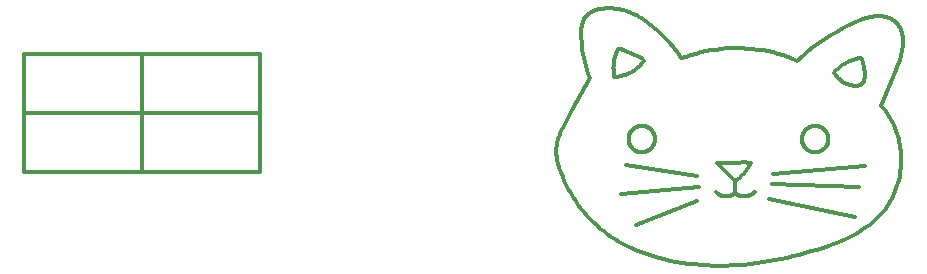
<source format=gbr>
%TF.GenerationSoftware,KiCad,Pcbnew,(6.0.8-1)-1*%
%TF.CreationDate,2022-10-29T17:43:34-07:00*%
%TF.ProjectId,second cuts,7365636f-6e64-4206-9375-74732e6b6963,rev?*%
%TF.SameCoordinates,Original*%
%TF.FileFunction,OtherDrawing,Comment*%
%FSLAX46Y46*%
G04 Gerber Fmt 4.6, Leading zero omitted, Abs format (unit mm)*
G04 Created by KiCad (PCBNEW (6.0.8-1)-1) date 2022-10-29 17:43:34*
%MOMM*%
%LPD*%
G01*
G04 APERTURE LIST*
%ADD10C,0.300000*%
G04 APERTURE END LIST*
D10*
X94424243Y-168245320D02*
X102135587Y-167570665D01*
X94060400Y-170351200D02*
X101359600Y-171928800D01*
X94291115Y-169093592D02*
X101708715Y-169333592D01*
X87983915Y-170565592D02*
X82758315Y-172549592D01*
X88102315Y-169333592D02*
X81555115Y-169983192D01*
X87983915Y-168463192D02*
X81945515Y-167503192D01*
X92799647Y-169826899D02*
X92828715Y-169797592D01*
X92769584Y-169855183D02*
X92799647Y-169826899D01*
X92738562Y-169882413D02*
X92769584Y-169855183D01*
X92706618Y-169908555D02*
X92738562Y-169882413D01*
X92673791Y-169933578D02*
X92706618Y-169908555D01*
X92640118Y-169957453D02*
X92673791Y-169933578D01*
X92605642Y-169980150D02*
X92640118Y-169957453D01*
X92570402Y-170001644D02*
X92605642Y-169980150D01*
X92534441Y-170021907D02*
X92570402Y-170001644D01*
X92497801Y-170040916D02*
X92534441Y-170021907D01*
X92460527Y-170058649D02*
X92497801Y-170040916D01*
X92422663Y-170075084D02*
X92460527Y-170058649D01*
X92384253Y-170090201D02*
X92422663Y-170075084D01*
X92345345Y-170103983D02*
X92384253Y-170090201D01*
X92305984Y-170116413D02*
X92345345Y-170103983D01*
X92266217Y-170127476D02*
X92305984Y-170116413D01*
X92226091Y-170137159D02*
X92266217Y-170127476D01*
X92185655Y-170145451D02*
X92226091Y-170137159D01*
X92144957Y-170152341D02*
X92185655Y-170145451D01*
X92104045Y-170157821D02*
X92144957Y-170152341D01*
X92062969Y-170161886D02*
X92104045Y-170157821D01*
X92021776Y-170164529D02*
X92062969Y-170161886D01*
X91980517Y-170165748D02*
X92021776Y-170164529D01*
X91939240Y-170165542D02*
X91980517Y-170165748D01*
X91897995Y-170163910D02*
X91939240Y-170165542D01*
X91856831Y-170160854D02*
X91897995Y-170163910D01*
X91815797Y-170156379D02*
X91856831Y-170160854D01*
X91774942Y-170150490D02*
X91815797Y-170156379D01*
X91734315Y-170143192D02*
X91774942Y-170150490D01*
X91706562Y-170139873D02*
X91734315Y-170143192D01*
X91678936Y-170135622D02*
X91706562Y-170139873D01*
X91651469Y-170130446D02*
X91678936Y-170135622D01*
X91624191Y-170124350D02*
X91651469Y-170130446D01*
X91597133Y-170117340D02*
X91624191Y-170124350D01*
X91570326Y-170109425D02*
X91597133Y-170117340D01*
X91543801Y-170100614D02*
X91570326Y-170109425D01*
X91517586Y-170090916D02*
X91543801Y-170100614D01*
X91491712Y-170080343D02*
X91517586Y-170090916D01*
X91466208Y-170068907D02*
X91491712Y-170080343D01*
X91441103Y-170056620D02*
X91466208Y-170068907D01*
X91416424Y-170043496D02*
X91441103Y-170056620D01*
X91392201Y-170029551D02*
X91416424Y-170043496D01*
X91368460Y-170014799D02*
X91392201Y-170029551D01*
X91345228Y-169999258D02*
X91368460Y-170014799D01*
X91322531Y-169982945D02*
X91345228Y-169999258D01*
X91300396Y-169965878D02*
X91322531Y-169982945D01*
X91278846Y-169948077D02*
X91300396Y-169965878D01*
X91257907Y-169929563D02*
X91278846Y-169948077D01*
X91237602Y-169910355D02*
X91257907Y-169929563D01*
X91217953Y-169890475D02*
X91237602Y-169910355D01*
X91198984Y-169869947D02*
X91217953Y-169890475D01*
X91180715Y-169848792D02*
X91198984Y-169869947D01*
X89592130Y-169825923D02*
X89564715Y-169797592D01*
X89620491Y-169853308D02*
X89592130Y-169825923D01*
X89649763Y-169879716D02*
X89620491Y-169853308D01*
X89679913Y-169905116D02*
X89649763Y-169879716D01*
X89710908Y-169929479D02*
X89679913Y-169905116D01*
X89742711Y-169952778D02*
X89710908Y-169929479D01*
X89775285Y-169974985D02*
X89742711Y-169952778D01*
X89808593Y-169996075D02*
X89775285Y-169974985D01*
X89842597Y-170016023D02*
X89808593Y-169996075D01*
X89877258Y-170034807D02*
X89842597Y-170016023D01*
X89912536Y-170052406D02*
X89877258Y-170034807D01*
X89948391Y-170068798D02*
X89912536Y-170052406D01*
X89984780Y-170083965D02*
X89948391Y-170068798D01*
X90021663Y-170097890D02*
X89984780Y-170083965D01*
X90058996Y-170110556D02*
X90021663Y-170097890D01*
X90096738Y-170121949D02*
X90058996Y-170110556D01*
X90134844Y-170132056D02*
X90096738Y-170121949D01*
X90173271Y-170140866D02*
X90134844Y-170132056D01*
X90211974Y-170148368D02*
X90173271Y-170140866D01*
X90250910Y-170154553D02*
X90211974Y-170148368D01*
X90290032Y-170159415D02*
X90250910Y-170154553D01*
X90329298Y-170162947D02*
X90290032Y-170159415D01*
X90368660Y-170165146D02*
X90329298Y-170162947D01*
X90408074Y-170166010D02*
X90368660Y-170165146D01*
X90447495Y-170165537D02*
X90408074Y-170166010D01*
X90486877Y-170163727D02*
X90447495Y-170165537D01*
X90526175Y-170160584D02*
X90486877Y-170163727D01*
X90565344Y-170156110D02*
X90526175Y-170160584D01*
X90604339Y-170150311D02*
X90565344Y-170156110D01*
X90643115Y-170143192D02*
X90604339Y-170150311D01*
X90670457Y-170139672D02*
X90643115Y-170143192D01*
X90697665Y-170135239D02*
X90670457Y-170139672D01*
X90724710Y-170129898D02*
X90697665Y-170135239D01*
X90751562Y-170123656D02*
X90724710Y-170129898D01*
X90778189Y-170116519D02*
X90751562Y-170123656D01*
X90804563Y-170108495D02*
X90778189Y-170116519D01*
X90830654Y-170099594D02*
X90804563Y-170108495D01*
X90856432Y-170089825D02*
X90830654Y-170099594D01*
X90881869Y-170079200D02*
X90856432Y-170089825D01*
X90906937Y-170067729D02*
X90881869Y-170079200D01*
X90931607Y-170055427D02*
X90906937Y-170067729D01*
X90955852Y-170042306D02*
X90931607Y-170055427D01*
X90979644Y-170028382D02*
X90955852Y-170042306D01*
X91002957Y-170013670D02*
X90979644Y-170028382D01*
X91025765Y-169998186D02*
X91002957Y-170013670D01*
X91048043Y-169981948D02*
X91025765Y-169998186D01*
X91069765Y-169964974D02*
X91048043Y-169981948D01*
X91090907Y-169947283D02*
X91069765Y-169964974D01*
X91111445Y-169928895D02*
X91090907Y-169947283D01*
X91131357Y-169909830D02*
X91111445Y-169928895D01*
X91150621Y-169890110D02*
X91131357Y-169909830D01*
X91169213Y-169869756D02*
X91150621Y-169890110D01*
X91187115Y-169848792D02*
X91169213Y-169869756D01*
X91180715Y-168815192D02*
X91180715Y-169851992D01*
X91724715Y-167291992D02*
X91612715Y-167301592D01*
X92556715Y-167365592D02*
X91724715Y-167291992D01*
X92475525Y-167500035D02*
X92556715Y-167365592D01*
X92389940Y-167631723D02*
X92475525Y-167500035D01*
X92300053Y-167760513D02*
X92389940Y-167631723D01*
X92205961Y-167886265D02*
X92300053Y-167760513D01*
X92107769Y-168008840D02*
X92205961Y-167886265D01*
X92005582Y-168128107D02*
X92107769Y-168008840D01*
X91899513Y-168243934D02*
X92005582Y-168128107D01*
X91789676Y-168356195D02*
X91899513Y-168243934D01*
X91676193Y-168464767D02*
X91789676Y-168356195D01*
X91559185Y-168569533D02*
X91676193Y-168464767D01*
X91438783Y-168670378D02*
X91559185Y-168569533D01*
X91315115Y-168767192D02*
X91438783Y-168670378D01*
X91183915Y-168818392D02*
X91315115Y-168767192D01*
X91084715Y-168751192D02*
X91183915Y-168818392D01*
X89673515Y-167323992D02*
X91084715Y-168751192D01*
X91612715Y-167301592D02*
X89673515Y-167323992D01*
X99074442Y-165356353D02*
X99075115Y-165317592D01*
X99072425Y-165395067D02*
X99074442Y-165356353D01*
X99069065Y-165433687D02*
X99072425Y-165395067D01*
X99064366Y-165472168D02*
X99069065Y-165433687D01*
X99058335Y-165510462D02*
X99064366Y-165472168D01*
X99050978Y-165548524D02*
X99058335Y-165510462D01*
X99042305Y-165586308D02*
X99050978Y-165548524D01*
X99032326Y-165623768D02*
X99042305Y-165586308D01*
X99021052Y-165660859D02*
X99032326Y-165623768D01*
X99008499Y-165697536D02*
X99021052Y-165660859D01*
X98994679Y-165733756D02*
X99008499Y-165697536D01*
X98979611Y-165769474D02*
X98994679Y-165733756D01*
X98963313Y-165804647D02*
X98979611Y-165769474D01*
X98945803Y-165839234D02*
X98963313Y-165804647D01*
X98927104Y-165873192D02*
X98945803Y-165839234D01*
X98907237Y-165906481D02*
X98927104Y-165873192D01*
X98886227Y-165939060D02*
X98907237Y-165906481D01*
X98864099Y-165970891D02*
X98886227Y-165939060D01*
X98840879Y-166001934D02*
X98864099Y-165970891D01*
X98816596Y-166032153D02*
X98840879Y-166001934D01*
X98791279Y-166061510D02*
X98816596Y-166032153D01*
X98764958Y-166089971D02*
X98791279Y-166061510D01*
X98737665Y-166117502D02*
X98764958Y-166089971D01*
X98709434Y-166144069D02*
X98737665Y-166117502D01*
X98680297Y-166169640D02*
X98709434Y-166144069D01*
X98650290Y-166194184D02*
X98680297Y-166169640D01*
X98619449Y-166217672D02*
X98650290Y-166194184D01*
X98587812Y-166240076D02*
X98619449Y-166217672D01*
X98555417Y-166261368D02*
X98587812Y-166240076D01*
X98522301Y-166281523D02*
X98555417Y-166261368D01*
X98488507Y-166300516D02*
X98522301Y-166281523D01*
X98454073Y-166318325D02*
X98488507Y-166300516D01*
X98419042Y-166334929D02*
X98454073Y-166318325D01*
X98383456Y-166350306D02*
X98419042Y-166334929D01*
X98347358Y-166364439D02*
X98383456Y-166350306D01*
X98310791Y-166377311D02*
X98347358Y-166364439D01*
X98273799Y-166388906D02*
X98310791Y-166377311D01*
X98236427Y-166399210D02*
X98273799Y-166388906D01*
X98198720Y-166408210D02*
X98236427Y-166399210D01*
X98160724Y-166415897D02*
X98198720Y-166408210D01*
X98122483Y-166422260D02*
X98160724Y-166415897D01*
X98084045Y-166427293D02*
X98122483Y-166422260D01*
X98045455Y-166430988D02*
X98084045Y-166427293D01*
X98006760Y-166433341D02*
X98045455Y-166430988D01*
X97968007Y-166434350D02*
X98006760Y-166433341D01*
X97929242Y-166434014D02*
X97968007Y-166434350D01*
X97890512Y-166432332D02*
X97929242Y-166434014D01*
X97851864Y-166429308D02*
X97890512Y-166432332D01*
X97813344Y-166424943D02*
X97851864Y-166429308D01*
X97774999Y-166419245D02*
X97813344Y-166424943D01*
X97736875Y-166412219D02*
X97774999Y-166419245D01*
X97699017Y-166403874D02*
X97736875Y-166412219D01*
X97661472Y-166394220D02*
X97699017Y-166403874D01*
X97624285Y-166383269D02*
X97661472Y-166394220D01*
X97587500Y-166371034D02*
X97624285Y-166383269D01*
X97551162Y-166357529D02*
X97587500Y-166371034D01*
X97515314Y-166342772D02*
X97551162Y-166357529D01*
X97480000Y-166326779D02*
X97515314Y-166342772D01*
X97445263Y-166309570D02*
X97480000Y-166326779D01*
X97411144Y-166291166D02*
X97445263Y-166309570D01*
X97377684Y-166271589D02*
X97411144Y-166291166D01*
X97344923Y-166250862D02*
X97377684Y-166271589D01*
X97312902Y-166229011D02*
X97344923Y-166250862D01*
X97281659Y-166206062D02*
X97312902Y-166229011D01*
X97251230Y-166182042D02*
X97281659Y-166206062D01*
X97221654Y-166156981D02*
X97251230Y-166182042D01*
X97192965Y-166130908D02*
X97221654Y-166156981D01*
X97165199Y-166103855D02*
X97192965Y-166130908D01*
X97138388Y-166075855D02*
X97165199Y-166103855D01*
X97112565Y-166046941D02*
X97138388Y-166075855D01*
X97087762Y-166017149D02*
X97112565Y-166046941D01*
X97064007Y-165986513D02*
X97087762Y-166017149D01*
X97041329Y-165955071D02*
X97064007Y-165986513D01*
X97019757Y-165922862D02*
X97041329Y-165955071D01*
X96999316Y-165889923D02*
X97019757Y-165922862D01*
X96980030Y-165856294D02*
X96999316Y-165889923D01*
X96961922Y-165822017D02*
X96980030Y-165856294D01*
X96945016Y-165787131D02*
X96961922Y-165822017D01*
X96929330Y-165751680D02*
X96945016Y-165787131D01*
X96914884Y-165715706D02*
X96929330Y-165751680D01*
X96901696Y-165679252D02*
X96914884Y-165715706D01*
X96889780Y-165642362D02*
X96901696Y-165679252D01*
X96879152Y-165605081D02*
X96889780Y-165642362D01*
X96869825Y-165567454D02*
X96879152Y-165605081D01*
X96861808Y-165529525D02*
X96869825Y-165567454D01*
X96855114Y-165491341D02*
X96861808Y-165529525D01*
X96849748Y-165452948D02*
X96855114Y-165491341D01*
X96845718Y-165414392D02*
X96849748Y-165452948D01*
X96843029Y-165375719D02*
X96845718Y-165414392D01*
X96841683Y-165336976D02*
X96843029Y-165375719D01*
X96841683Y-165298209D02*
X96841683Y-165336976D01*
X96843029Y-165259466D02*
X96841683Y-165298209D01*
X96845718Y-165220793D02*
X96843029Y-165259466D01*
X96849748Y-165182237D02*
X96845718Y-165220793D01*
X96855114Y-165143844D02*
X96849748Y-165182237D01*
X96861808Y-165105660D02*
X96855114Y-165143844D01*
X96869825Y-165067731D02*
X96861808Y-165105660D01*
X96879152Y-165030104D02*
X96869825Y-165067731D01*
X96889780Y-164992823D02*
X96879152Y-165030104D01*
X96901696Y-164955933D02*
X96889780Y-164992823D01*
X96914884Y-164919479D02*
X96901696Y-164955933D01*
X96929330Y-164883505D02*
X96914884Y-164919479D01*
X96945016Y-164848054D02*
X96929330Y-164883505D01*
X96961922Y-164813168D02*
X96945016Y-164848054D01*
X96980030Y-164778891D02*
X96961922Y-164813168D01*
X96999316Y-164745262D02*
X96980030Y-164778891D01*
X97019757Y-164712323D02*
X96999316Y-164745262D01*
X97041329Y-164680113D02*
X97019757Y-164712323D01*
X97064007Y-164648672D02*
X97041329Y-164680113D01*
X97087762Y-164618036D02*
X97064007Y-164648672D01*
X97112565Y-164588244D02*
X97087762Y-164618036D01*
X97138388Y-164559330D02*
X97112565Y-164588244D01*
X97165199Y-164531330D02*
X97138388Y-164559330D01*
X97192965Y-164504277D02*
X97165199Y-164531330D01*
X97221654Y-164478204D02*
X97192965Y-164504277D01*
X97251230Y-164453143D02*
X97221654Y-164478204D01*
X97281659Y-164429123D02*
X97251230Y-164453143D01*
X97312902Y-164406174D02*
X97281659Y-164429123D01*
X97344923Y-164384322D02*
X97312902Y-164406174D01*
X97377684Y-164363596D02*
X97344923Y-164384322D01*
X97411144Y-164344019D02*
X97377684Y-164363596D01*
X97445263Y-164325615D02*
X97411144Y-164344019D01*
X97480000Y-164308406D02*
X97445263Y-164325615D01*
X97515314Y-164292413D02*
X97480000Y-164308406D01*
X97551162Y-164277656D02*
X97515314Y-164292413D01*
X97587500Y-164264151D02*
X97551162Y-164277656D01*
X97624285Y-164251916D02*
X97587500Y-164264151D01*
X97661472Y-164240965D02*
X97624285Y-164251916D01*
X97699017Y-164231311D02*
X97661472Y-164240965D01*
X97736875Y-164222966D02*
X97699017Y-164231311D01*
X97774999Y-164215940D02*
X97736875Y-164222966D01*
X97813344Y-164210242D02*
X97774999Y-164215940D01*
X97851864Y-164205877D02*
X97813344Y-164210242D01*
X97890512Y-164202853D02*
X97851864Y-164205877D01*
X97929242Y-164201171D02*
X97890512Y-164202853D01*
X97968007Y-164200835D02*
X97929242Y-164201171D01*
X98006760Y-164201844D02*
X97968007Y-164200835D01*
X98045455Y-164204197D02*
X98006760Y-164201844D01*
X98084045Y-164207892D02*
X98045455Y-164204197D01*
X98122483Y-164212925D02*
X98084045Y-164207892D01*
X98160724Y-164219288D02*
X98122483Y-164212925D01*
X98198720Y-164226975D02*
X98160724Y-164219288D01*
X98236427Y-164235975D02*
X98198720Y-164226975D01*
X98273799Y-164246279D02*
X98236427Y-164235975D01*
X98310791Y-164257874D02*
X98273799Y-164246279D01*
X98347358Y-164270746D02*
X98310791Y-164257874D01*
X98383456Y-164284879D02*
X98347358Y-164270746D01*
X98419042Y-164300256D02*
X98383456Y-164284879D01*
X98454073Y-164316860D02*
X98419042Y-164300256D01*
X98488507Y-164334669D02*
X98454073Y-164316860D01*
X98522301Y-164353662D02*
X98488507Y-164334669D01*
X98555417Y-164373817D02*
X98522301Y-164353662D01*
X98587812Y-164395109D02*
X98555417Y-164373817D01*
X98619449Y-164417513D02*
X98587812Y-164395109D01*
X98650290Y-164441001D02*
X98619449Y-164417513D01*
X98680297Y-164465545D02*
X98650290Y-164441001D01*
X98709434Y-164491116D02*
X98680297Y-164465545D01*
X98737665Y-164517683D02*
X98709434Y-164491116D01*
X98764958Y-164545213D02*
X98737665Y-164517683D01*
X98791279Y-164573675D02*
X98764958Y-164545213D01*
X98816596Y-164603032D02*
X98791279Y-164573675D01*
X98840879Y-164633251D02*
X98816596Y-164603032D01*
X98864099Y-164664294D02*
X98840879Y-164633251D01*
X98886227Y-164696125D02*
X98864099Y-164664294D01*
X98907237Y-164728704D02*
X98886227Y-164696125D01*
X98927104Y-164761993D02*
X98907237Y-164728704D01*
X98945803Y-164795951D02*
X98927104Y-164761993D01*
X98963313Y-164830538D02*
X98945803Y-164795951D01*
X98979611Y-164865711D02*
X98963313Y-164830538D01*
X98994679Y-164901429D02*
X98979611Y-164865711D01*
X99008499Y-164937649D02*
X98994679Y-164901429D01*
X99021052Y-164974326D02*
X99008499Y-164937649D01*
X99032326Y-165011417D02*
X99021052Y-164974326D01*
X99042305Y-165048877D02*
X99032326Y-165011417D01*
X99050978Y-165086661D02*
X99042305Y-165048877D01*
X99058335Y-165124723D02*
X99050978Y-165086661D01*
X99064366Y-165163017D02*
X99058335Y-165124723D01*
X99069065Y-165201498D02*
X99064366Y-165163017D01*
X99072425Y-165240118D02*
X99069065Y-165201498D01*
X99074442Y-165278832D02*
X99072425Y-165240118D01*
X99075115Y-165317592D02*
X99074442Y-165278832D01*
X84396042Y-165356353D02*
X84396715Y-165317592D01*
X84394025Y-165395067D02*
X84396042Y-165356353D01*
X84390665Y-165433687D02*
X84394025Y-165395067D01*
X84385966Y-165472168D02*
X84390665Y-165433687D01*
X84379935Y-165510462D02*
X84385966Y-165472168D01*
X84372578Y-165548524D02*
X84379935Y-165510462D01*
X84363905Y-165586308D02*
X84372578Y-165548524D01*
X84353926Y-165623768D02*
X84363905Y-165586308D01*
X84342652Y-165660859D02*
X84353926Y-165623768D01*
X84330099Y-165697536D02*
X84342652Y-165660859D01*
X84316279Y-165733756D02*
X84330099Y-165697536D01*
X84301211Y-165769474D02*
X84316279Y-165733756D01*
X84284913Y-165804647D02*
X84301211Y-165769474D01*
X84267403Y-165839234D02*
X84284913Y-165804647D01*
X84248704Y-165873192D02*
X84267403Y-165839234D01*
X84228837Y-165906481D02*
X84248704Y-165873192D01*
X84207827Y-165939060D02*
X84228837Y-165906481D01*
X84185699Y-165970891D02*
X84207827Y-165939060D01*
X84162479Y-166001934D02*
X84185699Y-165970891D01*
X84138196Y-166032153D02*
X84162479Y-166001934D01*
X84112879Y-166061510D02*
X84138196Y-166032153D01*
X84086558Y-166089971D02*
X84112879Y-166061510D01*
X84059265Y-166117502D02*
X84086558Y-166089971D01*
X84031034Y-166144069D02*
X84059265Y-166117502D01*
X84001897Y-166169640D02*
X84031034Y-166144069D01*
X83971890Y-166194184D02*
X84001897Y-166169640D01*
X83941049Y-166217672D02*
X83971890Y-166194184D01*
X83909412Y-166240076D02*
X83941049Y-166217672D01*
X83877017Y-166261368D02*
X83909412Y-166240076D01*
X83843901Y-166281523D02*
X83877017Y-166261368D01*
X83810107Y-166300516D02*
X83843901Y-166281523D01*
X83775673Y-166318325D02*
X83810107Y-166300516D01*
X83740642Y-166334929D02*
X83775673Y-166318325D01*
X83705056Y-166350306D02*
X83740642Y-166334929D01*
X83668958Y-166364439D02*
X83705056Y-166350306D01*
X83632391Y-166377311D02*
X83668958Y-166364439D01*
X83595399Y-166388906D02*
X83632391Y-166377311D01*
X83558027Y-166399210D02*
X83595399Y-166388906D01*
X83520320Y-166408210D02*
X83558027Y-166399210D01*
X83482324Y-166415897D02*
X83520320Y-166408210D01*
X83444083Y-166422260D02*
X83482324Y-166415897D01*
X83405645Y-166427293D02*
X83444083Y-166422260D01*
X83367055Y-166430988D02*
X83405645Y-166427293D01*
X83328360Y-166433341D02*
X83367055Y-166430988D01*
X83289607Y-166434350D02*
X83328360Y-166433341D01*
X83250842Y-166434014D02*
X83289607Y-166434350D01*
X83212112Y-166432332D02*
X83250842Y-166434014D01*
X83173464Y-166429308D02*
X83212112Y-166432332D01*
X83134944Y-166424943D02*
X83173464Y-166429308D01*
X83096599Y-166419245D02*
X83134944Y-166424943D01*
X83058475Y-166412219D02*
X83096599Y-166419245D01*
X83020617Y-166403874D02*
X83058475Y-166412219D01*
X82983072Y-166394220D02*
X83020617Y-166403874D01*
X82945885Y-166383269D02*
X82983072Y-166394220D01*
X82909100Y-166371034D02*
X82945885Y-166383269D01*
X82872762Y-166357529D02*
X82909100Y-166371034D01*
X82836914Y-166342772D02*
X82872762Y-166357529D01*
X82801600Y-166326779D02*
X82836914Y-166342772D01*
X82766863Y-166309570D02*
X82801600Y-166326779D01*
X82732744Y-166291166D02*
X82766863Y-166309570D01*
X82699284Y-166271589D02*
X82732744Y-166291166D01*
X82666523Y-166250862D02*
X82699284Y-166271589D01*
X82634502Y-166229011D02*
X82666523Y-166250862D01*
X82603259Y-166206062D02*
X82634502Y-166229011D01*
X82572830Y-166182042D02*
X82603259Y-166206062D01*
X82543254Y-166156981D02*
X82572830Y-166182042D01*
X82514565Y-166130908D02*
X82543254Y-166156981D01*
X82486799Y-166103855D02*
X82514565Y-166130908D01*
X82459988Y-166075855D02*
X82486799Y-166103855D01*
X82434165Y-166046941D02*
X82459988Y-166075855D01*
X82409362Y-166017149D02*
X82434165Y-166046941D01*
X82385607Y-165986513D02*
X82409362Y-166017149D01*
X82362929Y-165955071D02*
X82385607Y-165986513D01*
X82341357Y-165922862D02*
X82362929Y-165955071D01*
X82320916Y-165889923D02*
X82341357Y-165922862D01*
X82301630Y-165856294D02*
X82320916Y-165889923D01*
X82283522Y-165822017D02*
X82301630Y-165856294D01*
X82266616Y-165787131D02*
X82283522Y-165822017D01*
X82250930Y-165751680D02*
X82266616Y-165787131D01*
X82236484Y-165715706D02*
X82250930Y-165751680D01*
X82223296Y-165679252D02*
X82236484Y-165715706D01*
X82211380Y-165642362D02*
X82223296Y-165679252D01*
X82200752Y-165605081D02*
X82211380Y-165642362D01*
X82191425Y-165567454D02*
X82200752Y-165605081D01*
X82183408Y-165529525D02*
X82191425Y-165567454D01*
X82176714Y-165491341D02*
X82183408Y-165529525D01*
X82171348Y-165452948D02*
X82176714Y-165491341D01*
X82167318Y-165414392D02*
X82171348Y-165452948D01*
X82164629Y-165375719D02*
X82167318Y-165414392D01*
X82163283Y-165336976D02*
X82164629Y-165375719D01*
X82163283Y-165298209D02*
X82163283Y-165336976D01*
X82164629Y-165259466D02*
X82163283Y-165298209D01*
X82167318Y-165220793D02*
X82164629Y-165259466D01*
X82171348Y-165182237D02*
X82167318Y-165220793D01*
X82176714Y-165143844D02*
X82171348Y-165182237D01*
X82183408Y-165105660D02*
X82176714Y-165143844D01*
X82191425Y-165067731D02*
X82183408Y-165105660D01*
X82200752Y-165030104D02*
X82191425Y-165067731D01*
X82211380Y-164992823D02*
X82200752Y-165030104D01*
X82223296Y-164955933D02*
X82211380Y-164992823D01*
X82236484Y-164919479D02*
X82223296Y-164955933D01*
X82250930Y-164883505D02*
X82236484Y-164919479D01*
X82266616Y-164848054D02*
X82250930Y-164883505D01*
X82283522Y-164813168D02*
X82266616Y-164848054D01*
X82301630Y-164778891D02*
X82283522Y-164813168D01*
X82320916Y-164745262D02*
X82301630Y-164778891D01*
X82341357Y-164712323D02*
X82320916Y-164745262D01*
X82362929Y-164680113D02*
X82341357Y-164712323D01*
X82385607Y-164648672D02*
X82362929Y-164680113D01*
X82409362Y-164618036D02*
X82385607Y-164648672D01*
X82434165Y-164588244D02*
X82409362Y-164618036D01*
X82459988Y-164559330D02*
X82434165Y-164588244D01*
X82486799Y-164531330D02*
X82459988Y-164559330D01*
X82514565Y-164504277D02*
X82486799Y-164531330D01*
X82543254Y-164478204D02*
X82514565Y-164504277D01*
X82572830Y-164453143D02*
X82543254Y-164478204D01*
X82603259Y-164429123D02*
X82572830Y-164453143D01*
X82634502Y-164406174D02*
X82603259Y-164429123D01*
X82666523Y-164384322D02*
X82634502Y-164406174D01*
X82699284Y-164363596D02*
X82666523Y-164384322D01*
X82732744Y-164344019D02*
X82699284Y-164363596D01*
X82766863Y-164325615D02*
X82732744Y-164344019D01*
X82801600Y-164308406D02*
X82766863Y-164325615D01*
X82836914Y-164292413D02*
X82801600Y-164308406D01*
X82872762Y-164277656D02*
X82836914Y-164292413D01*
X82909100Y-164264151D02*
X82872762Y-164277656D01*
X82945885Y-164251916D02*
X82909100Y-164264151D01*
X82983072Y-164240965D02*
X82945885Y-164251916D01*
X83020617Y-164231311D02*
X82983072Y-164240965D01*
X83058475Y-164222966D02*
X83020617Y-164231311D01*
X83096599Y-164215940D02*
X83058475Y-164222966D01*
X83134944Y-164210242D02*
X83096599Y-164215940D01*
X83173464Y-164205877D02*
X83134944Y-164210242D01*
X83212112Y-164202853D02*
X83173464Y-164205877D01*
X83250842Y-164201171D02*
X83212112Y-164202853D01*
X83289607Y-164200835D02*
X83250842Y-164201171D01*
X83328360Y-164201844D02*
X83289607Y-164200835D01*
X83367055Y-164204197D02*
X83328360Y-164201844D01*
X83405645Y-164207892D02*
X83367055Y-164204197D01*
X83444083Y-164212925D02*
X83405645Y-164207892D01*
X83482324Y-164219288D02*
X83444083Y-164212925D01*
X83520320Y-164226975D02*
X83482324Y-164219288D01*
X83558027Y-164235975D02*
X83520320Y-164226975D01*
X83595399Y-164246279D02*
X83558027Y-164235975D01*
X83632391Y-164257874D02*
X83595399Y-164246279D01*
X83668958Y-164270746D02*
X83632391Y-164257874D01*
X83705056Y-164284879D02*
X83668958Y-164270746D01*
X83740642Y-164300256D02*
X83705056Y-164284879D01*
X83775673Y-164316860D02*
X83740642Y-164300256D01*
X83810107Y-164334669D02*
X83775673Y-164316860D01*
X83843901Y-164353662D02*
X83810107Y-164334669D01*
X83877017Y-164373817D02*
X83843901Y-164353662D01*
X83909412Y-164395109D02*
X83877017Y-164373817D01*
X83941049Y-164417513D02*
X83909412Y-164395109D01*
X83971890Y-164441001D02*
X83941049Y-164417513D01*
X84001897Y-164465545D02*
X83971890Y-164441001D01*
X84031034Y-164491116D02*
X84001897Y-164465545D01*
X84059265Y-164517683D02*
X84031034Y-164491116D01*
X84086558Y-164545213D02*
X84059265Y-164517683D01*
X84112879Y-164573675D02*
X84086558Y-164545213D01*
X84138196Y-164603032D02*
X84112879Y-164573675D01*
X84162479Y-164633251D02*
X84138196Y-164603032D01*
X84185699Y-164664294D02*
X84162479Y-164633251D01*
X84207827Y-164696125D02*
X84185699Y-164664294D01*
X84228837Y-164728704D02*
X84207827Y-164696125D01*
X84248704Y-164761993D02*
X84228837Y-164728704D01*
X84267403Y-164795951D02*
X84248704Y-164761993D01*
X84284913Y-164830538D02*
X84267403Y-164795951D01*
X84301211Y-164865711D02*
X84284913Y-164830538D01*
X84316279Y-164901429D02*
X84301211Y-164865711D01*
X84330099Y-164937649D02*
X84316279Y-164901429D01*
X84342652Y-164974326D02*
X84330099Y-164937649D01*
X84353926Y-165011417D02*
X84342652Y-164974326D01*
X84363905Y-165048877D02*
X84353926Y-165011417D01*
X84372578Y-165086661D02*
X84363905Y-165048877D01*
X84379935Y-165124723D02*
X84372578Y-165086661D01*
X84385966Y-165163017D02*
X84379935Y-165124723D01*
X84390665Y-165201498D02*
X84385966Y-165163017D01*
X84394025Y-165240118D02*
X84390665Y-165201498D01*
X84396042Y-165278832D02*
X84394025Y-165240118D01*
X84396715Y-165317592D02*
X84396042Y-165278832D01*
X99623027Y-159765045D02*
X99587115Y-159701592D01*
X99661092Y-159827230D02*
X99623027Y-159765045D01*
X99701267Y-159888074D02*
X99661092Y-159827230D01*
X99743503Y-159947504D02*
X99701267Y-159888074D01*
X99787752Y-160005452D02*
X99743503Y-159947504D01*
X99833960Y-160061850D02*
X99787752Y-160005452D01*
X99882075Y-160116630D02*
X99833960Y-160061850D01*
X99932039Y-160169729D02*
X99882075Y-160116630D01*
X99983794Y-160221085D02*
X99932039Y-160169729D01*
X100037278Y-160270636D02*
X99983794Y-160221085D01*
X100092430Y-160318325D02*
X100037278Y-160270636D01*
X100149183Y-160364096D02*
X100092430Y-160318325D01*
X100207473Y-160407894D02*
X100149183Y-160364096D01*
X100267229Y-160449669D02*
X100207473Y-160407894D01*
X100328381Y-160489371D02*
X100267229Y-160449669D01*
X100390859Y-160526954D02*
X100328381Y-160489371D01*
X100454588Y-160562373D02*
X100390859Y-160526954D01*
X100519494Y-160595587D02*
X100454588Y-160562373D01*
X100585500Y-160626557D02*
X100519494Y-160595587D01*
X100652529Y-160655246D02*
X100585500Y-160626557D01*
X100720501Y-160681621D02*
X100652529Y-160655246D01*
X100789338Y-160705651D02*
X100720501Y-160681621D01*
X100858958Y-160727307D02*
X100789338Y-160705651D01*
X100929279Y-160746564D02*
X100858958Y-160727307D01*
X101000219Y-160763399D02*
X100929279Y-160746564D01*
X101071695Y-160777793D02*
X101000219Y-160763399D01*
X101143621Y-160789729D02*
X101071695Y-160777793D01*
X101215915Y-160799192D02*
X101143621Y-160789729D01*
X101244177Y-160804419D02*
X101215915Y-160799192D01*
X101272599Y-160808688D02*
X101244177Y-160804419D01*
X101301149Y-160811994D02*
X101272599Y-160808688D01*
X101329794Y-160814334D02*
X101301149Y-160811994D01*
X101358502Y-160815705D02*
X101329794Y-160814334D01*
X101387240Y-160816105D02*
X101358502Y-160815705D01*
X101415975Y-160815535D02*
X101387240Y-160816105D01*
X101444675Y-160813994D02*
X101415975Y-160815535D01*
X101473306Y-160811484D02*
X101444675Y-160813994D01*
X101501836Y-160808009D02*
X101473306Y-160811484D01*
X101530232Y-160803572D02*
X101501836Y-160808009D01*
X101558462Y-160798178D02*
X101530232Y-160803572D01*
X101586494Y-160791833D02*
X101558462Y-160798178D01*
X101614295Y-160784546D02*
X101586494Y-160791833D01*
X101641835Y-160776323D02*
X101614295Y-160784546D01*
X101669081Y-160767175D02*
X101641835Y-160776323D01*
X101696002Y-160757111D02*
X101669081Y-160767175D01*
X101722568Y-160746144D02*
X101696002Y-160757111D01*
X101748748Y-160734286D02*
X101722568Y-160746144D01*
X101774513Y-160721550D02*
X101748748Y-160734286D01*
X101799833Y-160707951D02*
X101774513Y-160721550D01*
X101824679Y-160693504D02*
X101799833Y-160707951D01*
X101849023Y-160678227D02*
X101824679Y-160693504D01*
X101872837Y-160662136D02*
X101849023Y-160678227D01*
X101896094Y-160645249D02*
X101872837Y-160662136D01*
X101918767Y-160627586D02*
X101896094Y-160645249D01*
X101940830Y-160609168D02*
X101918767Y-160627586D01*
X101962259Y-160590015D02*
X101940830Y-160609168D01*
X101983029Y-160570149D02*
X101962259Y-160590015D01*
X102003115Y-160549592D02*
X101983029Y-160570149D01*
X102019073Y-160523105D02*
X102003115Y-160549592D01*
X102034138Y-160496100D02*
X102019073Y-160523105D01*
X102048292Y-160468606D02*
X102034138Y-160496100D01*
X102061519Y-160440655D02*
X102048292Y-160468606D01*
X102073805Y-160412277D02*
X102061519Y-160440655D01*
X102085136Y-160383504D02*
X102073805Y-160412277D01*
X102095499Y-160354370D02*
X102085136Y-160383504D01*
X102104883Y-160324905D02*
X102095499Y-160354370D01*
X102113278Y-160295143D02*
X102104883Y-160324905D01*
X102120673Y-160265117D02*
X102113278Y-160295143D01*
X102127061Y-160234861D02*
X102120673Y-160265117D01*
X102132435Y-160204408D02*
X102127061Y-160234861D01*
X102136788Y-160173793D02*
X102132435Y-160204408D01*
X102140115Y-160143049D02*
X102136788Y-160173793D01*
X102142414Y-160112212D02*
X102140115Y-160143049D01*
X102143681Y-160081315D02*
X102142414Y-160112212D01*
X102143915Y-160050392D02*
X102143681Y-160081315D01*
X102148839Y-159932555D02*
X102143915Y-160050392D01*
X102149759Y-159814619D02*
X102148839Y-159932555D01*
X102146674Y-159696720D02*
X102149759Y-159814619D01*
X102139588Y-159578993D02*
X102146674Y-159696720D01*
X102128508Y-159461575D02*
X102139588Y-159578993D01*
X102113449Y-159344600D02*
X102128508Y-159461575D01*
X102094426Y-159228205D02*
X102113449Y-159344600D01*
X102071462Y-159112522D02*
X102094426Y-159228205D01*
X102044584Y-158997686D02*
X102071462Y-159112522D01*
X102013822Y-158883828D02*
X102044584Y-158997686D01*
X101979212Y-158771081D02*
X102013822Y-158883828D01*
X101940794Y-158659574D02*
X101979212Y-158771081D01*
X101898612Y-158549435D02*
X101940794Y-158659574D01*
X101852715Y-158440792D02*
X101898612Y-158549435D01*
X101722679Y-158463552D02*
X101852715Y-158440792D01*
X101593481Y-158490669D02*
X101722679Y-158463552D01*
X101465268Y-158522114D02*
X101593481Y-158490669D01*
X101338184Y-158557851D02*
X101465268Y-158522114D01*
X101212373Y-158597838D02*
X101338184Y-158557851D01*
X101087977Y-158642032D02*
X101212373Y-158597838D01*
X100965137Y-158690383D02*
X101087977Y-158642032D01*
X100843991Y-158742835D02*
X100965137Y-158690383D01*
X100724677Y-158799329D02*
X100843991Y-158742835D01*
X100607329Y-158859801D02*
X100724677Y-158799329D01*
X100492080Y-158924184D02*
X100607329Y-158859801D01*
X100379061Y-158992404D02*
X100492080Y-158924184D01*
X100268398Y-159064385D02*
X100379061Y-158992404D01*
X100160217Y-159140044D02*
X100268398Y-159064385D01*
X100054640Y-159219297D02*
X100160217Y-159140044D01*
X99951787Y-159302054D02*
X100054640Y-159219297D01*
X99851774Y-159388221D02*
X99951787Y-159302054D01*
X99754713Y-159477701D02*
X99851774Y-159388221D01*
X99660715Y-159570392D02*
X99754713Y-159477701D01*
X83386218Y-158766353D02*
X83449515Y-158677592D01*
X83319902Y-158852881D02*
X83386218Y-158766353D01*
X83250645Y-158937073D02*
X83319902Y-158852881D01*
X83178530Y-159018830D02*
X83250645Y-158937073D01*
X83103641Y-159098055D02*
X83178530Y-159018830D01*
X83026068Y-159174653D02*
X83103641Y-159098055D01*
X82945902Y-159248534D02*
X83026068Y-159174653D01*
X82863240Y-159319610D02*
X82945902Y-159248534D01*
X82778179Y-159387797D02*
X82863240Y-159319610D01*
X82690820Y-159453014D02*
X82778179Y-159387797D01*
X82601266Y-159515184D02*
X82690820Y-159453014D01*
X82509624Y-159574232D02*
X82601266Y-159515184D01*
X82416003Y-159630088D02*
X82509624Y-159574232D01*
X82320514Y-159682687D02*
X82416003Y-159630088D01*
X82223269Y-159731966D02*
X82320514Y-159682687D01*
X82124386Y-159777867D02*
X82223269Y-159731966D01*
X82023979Y-159820334D02*
X82124386Y-159777867D01*
X81922170Y-159859318D02*
X82023979Y-159820334D01*
X81819079Y-159894773D02*
X81922170Y-159859318D01*
X81714827Y-159926655D02*
X81819079Y-159894773D01*
X81609539Y-159954929D02*
X81714827Y-159926655D01*
X81503340Y-159979559D02*
X81609539Y-159954929D01*
X81396356Y-160000516D02*
X81503340Y-159979559D01*
X81288713Y-160017777D02*
X81396356Y-160000516D01*
X81180540Y-160031320D02*
X81288713Y-160017777D01*
X81071964Y-160041129D02*
X81180540Y-160031320D01*
X80963115Y-160047192D02*
X81071964Y-160041129D01*
X80938863Y-159923074D02*
X80963115Y-160047192D01*
X80918908Y-159798192D02*
X80938863Y-159923074D01*
X80903274Y-159672696D02*
X80918908Y-159798192D01*
X80891979Y-159546736D02*
X80903274Y-159672696D01*
X80885038Y-159420460D02*
X80891979Y-159546736D01*
X80882459Y-159294021D02*
X80885038Y-159420460D01*
X80884244Y-159167567D02*
X80882459Y-159294021D01*
X80890391Y-159041251D02*
X80884244Y-159167567D01*
X80900893Y-158915222D02*
X80890391Y-159041251D01*
X80915738Y-158789630D02*
X80900893Y-158915222D01*
X80934908Y-158664626D02*
X80915738Y-158789630D01*
X80958380Y-158540357D02*
X80934908Y-158664626D01*
X80986126Y-158416972D02*
X80958380Y-158540357D01*
X81018113Y-158294618D02*
X80986126Y-158416972D01*
X81054303Y-158173441D02*
X81018113Y-158294618D01*
X81094653Y-158053585D02*
X81054303Y-158173441D01*
X81139115Y-157935192D02*
X81094653Y-158053585D01*
X81292715Y-157717592D02*
X81139115Y-157935192D01*
X81306940Y-157712887D02*
X81292715Y-157717592D01*
X81321318Y-157708674D02*
X81306940Y-157712887D01*
X81335832Y-157704958D02*
X81321318Y-157708674D01*
X81350466Y-157701743D02*
X81335832Y-157704958D01*
X81365201Y-157699034D02*
X81350466Y-157701743D01*
X81380021Y-157696833D02*
X81365201Y-157699034D01*
X81394908Y-157695144D02*
X81380021Y-157696833D01*
X81409845Y-157693967D02*
X81394908Y-157695144D01*
X81424813Y-157693306D02*
X81409845Y-157693967D01*
X81439795Y-157693159D02*
X81424813Y-157693306D01*
X81454773Y-157693528D02*
X81439795Y-157693159D01*
X81469729Y-157694412D02*
X81454773Y-157693528D01*
X81484646Y-157695810D02*
X81469729Y-157694412D01*
X81499507Y-157697721D02*
X81484646Y-157695810D01*
X81514292Y-157700142D02*
X81499507Y-157697721D01*
X81528986Y-157703069D02*
X81514292Y-157700142D01*
X81543571Y-157706501D02*
X81528986Y-157703069D01*
X81558028Y-157710432D02*
X81543571Y-157706501D01*
X81572342Y-157714859D02*
X81558028Y-157710432D01*
X81586495Y-157719775D02*
X81572342Y-157714859D01*
X81600471Y-157725175D02*
X81586495Y-157719775D01*
X81614252Y-157731053D02*
X81600471Y-157725175D01*
X81627823Y-157737401D02*
X81614252Y-157731053D01*
X81641168Y-157744213D02*
X81627823Y-157737401D01*
X81654270Y-157751479D02*
X81641168Y-157744213D01*
X81667115Y-157759192D02*
X81654270Y-157751479D01*
X83283115Y-158472792D02*
X81667115Y-157759192D01*
X82745515Y-174715992D02*
X82748715Y-174719192D01*
X83226790Y-174904079D02*
X82745515Y-174715992D01*
X83713389Y-175076708D02*
X83226790Y-174904079D01*
X84204972Y-175234136D02*
X83713389Y-175076708D01*
X84701203Y-175376617D02*
X84204972Y-175234136D01*
X85201741Y-175504408D02*
X84701203Y-175376617D01*
X85706248Y-175617764D02*
X85201741Y-175504408D01*
X86214386Y-175716941D02*
X85706248Y-175617764D01*
X86725815Y-175802192D02*
X86214386Y-175716941D01*
X87240198Y-175873776D02*
X86725815Y-175802192D01*
X87757195Y-175931946D02*
X87240198Y-175873776D01*
X88276468Y-175976958D02*
X87757195Y-175931946D01*
X88797678Y-176009067D02*
X88276468Y-175976958D01*
X89320486Y-176028530D02*
X88797678Y-176009067D01*
X89844554Y-176035602D02*
X89320486Y-176028530D01*
X90369543Y-176030537D02*
X89844554Y-176035602D01*
X90895115Y-176013592D02*
X90369543Y-176030537D01*
X91420931Y-175985023D02*
X90895115Y-176013592D01*
X91946651Y-175945083D02*
X91420931Y-175985023D01*
X92471938Y-175894030D02*
X91946651Y-175945083D01*
X92996453Y-175832117D02*
X92471938Y-175894030D01*
X93519856Y-175759602D02*
X92996453Y-175832117D01*
X94041810Y-175676739D02*
X93519856Y-175759602D01*
X94561976Y-175583784D02*
X94041810Y-175676739D01*
X95080015Y-175480992D02*
X94561976Y-175583784D01*
X95595588Y-175368619D02*
X95080015Y-175480992D01*
X96108357Y-175246921D02*
X95595588Y-175368619D01*
X96617983Y-175116151D02*
X96108357Y-175246921D01*
X97124128Y-174976567D02*
X96617983Y-175116151D01*
X97626452Y-174828424D02*
X97124128Y-174976567D01*
X98124617Y-174671977D02*
X97626452Y-174828424D01*
X99107115Y-174335192D02*
X98124617Y-174671977D01*
X99445333Y-174226004D02*
X99107115Y-174335192D01*
X99779770Y-174105732D02*
X99445333Y-174226004D01*
X100110063Y-173974509D02*
X99779770Y-174105732D01*
X100435854Y-173832476D02*
X100110063Y-173974509D01*
X100756790Y-173679788D02*
X100435854Y-173832476D01*
X101072521Y-173516609D02*
X100756790Y-173679788D01*
X101382706Y-173343119D02*
X101072521Y-173516609D01*
X101687006Y-173159504D02*
X101382706Y-173343119D01*
X101985093Y-172965964D02*
X101687006Y-173159504D01*
X102276642Y-172762710D02*
X101985093Y-172965964D01*
X102561337Y-172549961D02*
X102276642Y-172762710D01*
X102838869Y-172327949D02*
X102561337Y-172549961D01*
X103108937Y-172096915D02*
X102838869Y-172327949D01*
X103371247Y-171857109D02*
X103108937Y-172096915D01*
X103625515Y-171608792D02*
X103371247Y-171857109D01*
X103778899Y-171414946D02*
X103625515Y-171608792D01*
X103925483Y-171215907D02*
X103778899Y-171414946D01*
X104065090Y-171011914D02*
X103925483Y-171215907D01*
X104197554Y-170803211D02*
X104065090Y-171011914D01*
X104322715Y-170590049D02*
X104197554Y-170803211D01*
X104440424Y-170372683D02*
X104322715Y-170590049D01*
X104550540Y-170151374D02*
X104440424Y-170372683D01*
X104652930Y-169926386D02*
X104550540Y-170151374D01*
X104747473Y-169697990D02*
X104652930Y-169926386D01*
X104834054Y-169466458D02*
X104747473Y-169697990D01*
X104912571Y-169232068D02*
X104834054Y-169466458D01*
X104982928Y-168995102D02*
X104912571Y-169232068D01*
X105045042Y-168755842D02*
X104982928Y-168995102D01*
X105098839Y-168514576D02*
X105045042Y-168755842D01*
X105144253Y-168271593D02*
X105098839Y-168514576D01*
X105181231Y-168027184D02*
X105144253Y-168271593D01*
X105209727Y-167781641D02*
X105181231Y-168027184D01*
X105229709Y-167535259D02*
X105209727Y-167781641D01*
X105241152Y-167288333D02*
X105229709Y-167535259D01*
X105244042Y-167041159D02*
X105241152Y-167288333D01*
X105238376Y-166794033D02*
X105244042Y-167041159D01*
X105224160Y-166547251D02*
X105238376Y-166794033D01*
X105201413Y-166301109D02*
X105224160Y-166547251D01*
X105170160Y-166055902D02*
X105201413Y-166301109D01*
X105130439Y-165811924D02*
X105170160Y-166055902D01*
X105082299Y-165569466D02*
X105130439Y-165811924D01*
X105025796Y-165328819D02*
X105082299Y-165569466D01*
X104960998Y-165090272D02*
X105025796Y-165328819D01*
X104887984Y-164854111D02*
X104960998Y-165090272D01*
X104806840Y-164620618D02*
X104887984Y-164854111D01*
X104717664Y-164390073D02*
X104806840Y-164620618D01*
X104620562Y-164162753D02*
X104717664Y-164390073D01*
X104515651Y-163938929D02*
X104620562Y-164162753D01*
X104403056Y-163718871D02*
X104515651Y-163938929D01*
X104282913Y-163502841D02*
X104403056Y-163718871D01*
X104155366Y-163291098D02*
X104282913Y-163502841D01*
X104020566Y-163083897D02*
X104155366Y-163291098D01*
X103878677Y-162881484D02*
X104020566Y-163083897D01*
X103729867Y-162684104D02*
X103878677Y-162881484D01*
X103574315Y-162491992D02*
X103729867Y-162684104D01*
X104806315Y-159487192D02*
X103574315Y-162491992D01*
X104911467Y-159222292D02*
X104806315Y-159487192D01*
X105011834Y-158948542D02*
X104911467Y-159222292D01*
X105105178Y-158667967D02*
X105011834Y-158948542D01*
X105148519Y-158525753D02*
X105105178Y-158667967D01*
X105189265Y-158382592D02*
X105148519Y-158525753D01*
X105227138Y-158238738D02*
X105189265Y-158382592D01*
X105261858Y-158094442D02*
X105227138Y-158238738D01*
X105293146Y-157949960D02*
X105261858Y-158094442D01*
X105320721Y-157805542D02*
X105293146Y-157949960D01*
X105344306Y-157661444D02*
X105320721Y-157805542D01*
X105363619Y-157517917D02*
X105344306Y-157661444D01*
X105378382Y-157375216D02*
X105363619Y-157517917D01*
X105388315Y-157233592D02*
X105378382Y-157375216D01*
X105391383Y-157163264D02*
X105388315Y-157233592D01*
X105393139Y-157093300D02*
X105391383Y-157163264D01*
X105393547Y-157023733D02*
X105393139Y-157093300D01*
X105392574Y-156954592D02*
X105393547Y-157023733D01*
X105390183Y-156885912D02*
X105392574Y-156954592D01*
X105386340Y-156817722D02*
X105390183Y-156885912D01*
X105381010Y-156750055D02*
X105386340Y-156817722D01*
X105374159Y-156682942D02*
X105381010Y-156750055D01*
X105365750Y-156616416D02*
X105374159Y-156682942D01*
X105355750Y-156550507D02*
X105365750Y-156616416D01*
X105344123Y-156485247D02*
X105355750Y-156550507D01*
X105330835Y-156420667D02*
X105344123Y-156485247D01*
X105315849Y-156356801D02*
X105330835Y-156420667D01*
X105299133Y-156293678D02*
X105315849Y-156356801D01*
X105280650Y-156231332D02*
X105299133Y-156293678D01*
X105260365Y-156169792D02*
X105280650Y-156231332D01*
X105238244Y-156109092D02*
X105260365Y-156169792D01*
X105214252Y-156049263D02*
X105238244Y-156109092D01*
X105188354Y-155990336D02*
X105214252Y-156049263D01*
X105160514Y-155932342D02*
X105188354Y-155990336D01*
X105130699Y-155875315D02*
X105160514Y-155932342D01*
X105115039Y-155847173D02*
X105130699Y-155875315D01*
X105098872Y-155819285D02*
X105115039Y-155847173D01*
X105082194Y-155791653D02*
X105098872Y-155819285D01*
X105065000Y-155764283D02*
X105082194Y-155791653D01*
X105047285Y-155737178D02*
X105065000Y-155764283D01*
X105029046Y-155710342D02*
X105047285Y-155737178D01*
X105010278Y-155683780D02*
X105029046Y-155710342D01*
X104990977Y-155657494D02*
X105010278Y-155683780D01*
X104971138Y-155631489D02*
X104990977Y-155657494D01*
X104950757Y-155605769D02*
X104971138Y-155631489D01*
X104929830Y-155580338D02*
X104950757Y-155605769D01*
X104908352Y-155555200D02*
X104929830Y-155580338D01*
X104886318Y-155530358D02*
X104908352Y-155555200D01*
X104863725Y-155505817D02*
X104886318Y-155530358D01*
X104840568Y-155481581D02*
X104863725Y-155505817D01*
X104816843Y-155457654D02*
X104840568Y-155481581D01*
X104792546Y-155434039D02*
X104816843Y-155457654D01*
X104767671Y-155410741D02*
X104792546Y-155434039D01*
X104742215Y-155387763D02*
X104767671Y-155410741D01*
X104716173Y-155365110D02*
X104742215Y-155387763D01*
X104689541Y-155342785D02*
X104716173Y-155365110D01*
X104662315Y-155320792D02*
X104689541Y-155342785D01*
X104619708Y-155288105D02*
X104662315Y-155320792D01*
X104576499Y-155256930D02*
X104619708Y-155288105D01*
X104532702Y-155227246D02*
X104576499Y-155256930D01*
X104488335Y-155199032D02*
X104532702Y-155227246D01*
X104443412Y-155172268D02*
X104488335Y-155199032D01*
X104397950Y-155146932D02*
X104443412Y-155172268D01*
X104351964Y-155123003D02*
X104397950Y-155146932D01*
X104305471Y-155100461D02*
X104351964Y-155123003D01*
X104258487Y-155079285D02*
X104305471Y-155100461D01*
X104211027Y-155059454D02*
X104258487Y-155079285D01*
X104163106Y-155040947D02*
X104211027Y-155059454D01*
X104114742Y-155023743D02*
X104163106Y-155040947D01*
X104065950Y-155007822D02*
X104114742Y-155023743D01*
X104016746Y-154993162D02*
X104065950Y-155007822D01*
X103967146Y-154979742D02*
X104016746Y-154993162D01*
X103917165Y-154967542D02*
X103967146Y-154979742D01*
X103866820Y-154956542D02*
X103917165Y-154967542D01*
X103816126Y-154946719D02*
X103866820Y-154956542D01*
X103765100Y-154938053D02*
X103816126Y-154946719D01*
X103713757Y-154930523D02*
X103765100Y-154938053D01*
X103662112Y-154924109D02*
X103713757Y-154930523D01*
X103610183Y-154918789D02*
X103662112Y-154924109D01*
X103557985Y-154914542D02*
X103610183Y-154918789D01*
X103505534Y-154911349D02*
X103557985Y-154914542D01*
X103452845Y-154909187D02*
X103505534Y-154911349D01*
X103399935Y-154908036D02*
X103452845Y-154909187D01*
X103346820Y-154907875D02*
X103399935Y-154908036D01*
X103293514Y-154908684D02*
X103346820Y-154907875D01*
X103186399Y-154913125D02*
X103293514Y-154908684D01*
X103078715Y-154921192D02*
X103186399Y-154913125D01*
X102970591Y-154932719D02*
X103078715Y-154921192D01*
X102862153Y-154947539D02*
X102970591Y-154932719D01*
X102753529Y-154965483D02*
X102862153Y-154947539D01*
X102644846Y-154986386D02*
X102753529Y-154965483D01*
X102536231Y-155010081D02*
X102644846Y-154986386D01*
X102427811Y-155036400D02*
X102536231Y-155010081D01*
X102319713Y-155065176D02*
X102427811Y-155036400D01*
X102212065Y-155096242D02*
X102319713Y-155065176D01*
X102104993Y-155129433D02*
X102212065Y-155096242D01*
X101998625Y-155164579D02*
X102104993Y-155129433D01*
X101788509Y-155240074D02*
X101998625Y-155164579D01*
X101582733Y-155321390D02*
X101788509Y-155240074D01*
X101382315Y-155407192D02*
X101582733Y-155321390D01*
X100843400Y-155657349D02*
X101382315Y-155407192D01*
X100313083Y-155925252D02*
X100843400Y-155657349D01*
X99791948Y-156210606D02*
X100313083Y-155925252D01*
X99280571Y-156513098D02*
X99791948Y-156210606D01*
X98779513Y-156832394D02*
X99280571Y-156513098D01*
X98289328Y-157168141D02*
X98779513Y-156832394D01*
X97810555Y-157519971D02*
X98289328Y-157168141D01*
X97343721Y-157887496D02*
X97810555Y-157519971D01*
X96889341Y-158270310D02*
X97343721Y-157887496D01*
X96447915Y-158667992D02*
X96889341Y-158270310D01*
X96042600Y-158502951D02*
X96447915Y-158667992D01*
X95631990Y-158351563D02*
X96042600Y-158502951D01*
X95216544Y-158213998D02*
X95631990Y-158351563D01*
X94796728Y-158090411D02*
X95216544Y-158213998D01*
X94373013Y-157980940D02*
X94796728Y-158090411D01*
X93945871Y-157885706D02*
X94373013Y-157980940D01*
X93515783Y-157804818D02*
X93945871Y-157885706D01*
X93083229Y-157738365D02*
X93515783Y-157804818D01*
X92648693Y-157686423D02*
X93083229Y-157738365D01*
X92212663Y-157649048D02*
X92648693Y-157686423D01*
X91775627Y-157626283D02*
X92212663Y-157649048D01*
X91338073Y-157618154D02*
X91775627Y-157626283D01*
X90900493Y-157624669D02*
X91338073Y-157618154D01*
X90463375Y-157645822D02*
X90900493Y-157624669D01*
X90027211Y-157681588D02*
X90463375Y-157645822D01*
X89592486Y-157731928D02*
X90027211Y-157681588D01*
X89159690Y-157796784D02*
X89592486Y-157731928D01*
X88729306Y-157876086D02*
X89159690Y-157796784D01*
X88301817Y-157969743D02*
X88729306Y-157876086D01*
X87877700Y-158077651D02*
X88301817Y-157969743D01*
X87457431Y-158199689D02*
X87877700Y-158077651D01*
X87041481Y-158335720D02*
X87457431Y-158199689D01*
X86630315Y-158485592D02*
X87041481Y-158335720D01*
X86321624Y-158059914D02*
X86630315Y-158485592D01*
X85995884Y-157637517D02*
X86321624Y-158059914D01*
X85653597Y-157222358D02*
X85995884Y-157637517D01*
X85476405Y-157018729D02*
X85653597Y-157222358D01*
X85295265Y-156818392D02*
X85476405Y-157018729D01*
X85110239Y-156621844D02*
X85295265Y-156818392D01*
X84921389Y-156429577D02*
X85110239Y-156621844D01*
X84728779Y-156242087D02*
X84921389Y-156429577D01*
X84532471Y-156059867D02*
X84728779Y-156242087D01*
X84332528Y-155883414D02*
X84532471Y-156059867D01*
X84129013Y-155713221D02*
X84332528Y-155883414D01*
X83921987Y-155549782D02*
X84129013Y-155713221D01*
X83711515Y-155393592D02*
X83921987Y-155549782D01*
X83497658Y-155245147D02*
X83711515Y-155393592D01*
X83280480Y-155104939D02*
X83497658Y-155245147D01*
X83170665Y-155038080D02*
X83280480Y-155104939D01*
X83060043Y-154973465D02*
X83170665Y-155038080D01*
X82948621Y-154911157D02*
X83060043Y-154973465D01*
X82836409Y-154851217D02*
X82948621Y-154911157D01*
X82723413Y-154793709D02*
X82836409Y-154851217D01*
X82609642Y-154738692D02*
X82723413Y-154793709D01*
X82495102Y-154686230D02*
X82609642Y-154738692D01*
X82379803Y-154636383D02*
X82495102Y-154686230D01*
X82263752Y-154589214D02*
X82379803Y-154636383D01*
X82146957Y-154544785D02*
X82263752Y-154589214D01*
X82029425Y-154503157D02*
X82146957Y-154544785D01*
X81911165Y-154464392D02*
X82029425Y-154503157D01*
X81792184Y-154428553D02*
X81911165Y-154464392D01*
X81672490Y-154395700D02*
X81792184Y-154428553D01*
X81552092Y-154365896D02*
X81672490Y-154395700D01*
X81430996Y-154339202D02*
X81552092Y-154365896D01*
X81309210Y-154315680D02*
X81430996Y-154339202D01*
X81186743Y-154295393D02*
X81309210Y-154315680D01*
X81063603Y-154278401D02*
X81186743Y-154295393D01*
X80939796Y-154264767D02*
X81063603Y-154278401D01*
X80815332Y-154254553D02*
X80939796Y-154264767D01*
X80690217Y-154247820D02*
X80815332Y-154254553D01*
X80564460Y-154244630D02*
X80690217Y-154247820D01*
X80438069Y-154245046D02*
X80564460Y-154244630D01*
X80311051Y-154249128D02*
X80438069Y-154245046D01*
X80183414Y-154256938D02*
X80311051Y-154249128D01*
X80055166Y-154268539D02*
X80183414Y-154256938D01*
X79926315Y-154283992D02*
X80055166Y-154268539D01*
X79856206Y-154289904D02*
X79926315Y-154283992D01*
X79786338Y-154298196D02*
X79856206Y-154289904D01*
X79716793Y-154308859D02*
X79786338Y-154298196D01*
X79647650Y-154321879D02*
X79716793Y-154308859D01*
X79578990Y-154337243D02*
X79647650Y-154321879D01*
X79510892Y-154354932D02*
X79578990Y-154337243D01*
X79443435Y-154374926D02*
X79510892Y-154354932D01*
X79376696Y-154397201D02*
X79443435Y-154374926D01*
X79310754Y-154421733D02*
X79376696Y-154397201D01*
X79245683Y-154448492D02*
X79310754Y-154421733D01*
X79181560Y-154477448D02*
X79245683Y-154448492D01*
X79118458Y-154508567D02*
X79181560Y-154477448D01*
X79056451Y-154541814D02*
X79118458Y-154508567D01*
X78995610Y-154577149D02*
X79056451Y-154541814D01*
X78936005Y-154614532D02*
X78995610Y-154577149D01*
X78877705Y-154653920D02*
X78936005Y-154614532D01*
X78820779Y-154695268D02*
X78877705Y-154653920D01*
X78765291Y-154738526D02*
X78820779Y-154695268D01*
X78711305Y-154783646D02*
X78765291Y-154738526D01*
X78658885Y-154830576D02*
X78711305Y-154783646D01*
X78608091Y-154879260D02*
X78658885Y-154830576D01*
X78558981Y-154929643D02*
X78608091Y-154879260D01*
X78511612Y-154981667D02*
X78558981Y-154929643D01*
X78466039Y-155035270D02*
X78511612Y-154981667D01*
X78422315Y-155090392D02*
X78466039Y-155035270D01*
X78384392Y-155165394D02*
X78422315Y-155090392D01*
X78349109Y-155241673D02*
X78384392Y-155165394D01*
X78316509Y-155319137D02*
X78349109Y-155241673D01*
X78286632Y-155397691D02*
X78316509Y-155319137D01*
X78259515Y-155477240D02*
X78286632Y-155397691D01*
X78235190Y-155557687D02*
X78259515Y-155477240D01*
X78213687Y-155638934D02*
X78235190Y-155557687D01*
X78195032Y-155720881D02*
X78213687Y-155638934D01*
X78179248Y-155803430D02*
X78195032Y-155720881D01*
X78166354Y-155886479D02*
X78179248Y-155803430D01*
X78156366Y-155969928D02*
X78166354Y-155886479D01*
X78149296Y-156053674D02*
X78156366Y-155969928D01*
X78145153Y-156137616D02*
X78149296Y-156053674D01*
X78143941Y-156221651D02*
X78145153Y-156137616D01*
X78145663Y-156305677D02*
X78143941Y-156221651D01*
X78150315Y-156389592D02*
X78145663Y-156305677D01*
X78158128Y-156739496D02*
X78150315Y-156389592D01*
X78177853Y-157088931D02*
X78158128Y-156739496D01*
X78209466Y-157437491D02*
X78177853Y-157088931D01*
X78252933Y-157784772D02*
X78209466Y-157437491D01*
X78308201Y-158130372D02*
X78252933Y-157784772D01*
X78375207Y-158473888D02*
X78308201Y-158130372D01*
X78453874Y-158814924D02*
X78375207Y-158473888D01*
X78544109Y-159153082D02*
X78453874Y-158814924D01*
X78645809Y-159487972D02*
X78544109Y-159153082D01*
X78758854Y-159819203D02*
X78645809Y-159487972D01*
X78883115Y-160146392D02*
X78758854Y-159819203D01*
X78114922Y-161477949D02*
X78883115Y-160146392D01*
X77380897Y-162828641D02*
X78114922Y-161477949D01*
X76681515Y-164197592D02*
X77380897Y-162828641D01*
X76600607Y-164342889D02*
X76681515Y-164197592D01*
X76524393Y-164490702D02*
X76600607Y-164342889D01*
X76452950Y-164640879D02*
X76524393Y-164490702D01*
X76386353Y-164793267D02*
X76452950Y-164640879D01*
X76324668Y-164947709D02*
X76386353Y-164793267D01*
X76267961Y-165104046D02*
X76324668Y-164947709D01*
X76216288Y-165262120D02*
X76267961Y-165104046D01*
X76169703Y-165421766D02*
X76216288Y-165262120D01*
X76128253Y-165582823D02*
X76169703Y-165421766D01*
X76091981Y-165745124D02*
X76128253Y-165582823D01*
X76060925Y-165908503D02*
X76091981Y-165745124D01*
X76035115Y-166072792D02*
X76060925Y-165908503D01*
X76031952Y-166215656D02*
X76035115Y-166072792D01*
X76033429Y-166358547D02*
X76031952Y-166215656D01*
X76039547Y-166501315D02*
X76033429Y-166358547D01*
X76050297Y-166643809D02*
X76039547Y-166501315D01*
X76065669Y-166785878D02*
X76050297Y-166643809D01*
X76085647Y-166927374D02*
X76065669Y-166785878D01*
X76110210Y-167068146D02*
X76085647Y-166927374D01*
X76139331Y-167208046D02*
X76110210Y-167068146D01*
X76172980Y-167346926D02*
X76139331Y-167208046D01*
X76211121Y-167484641D02*
X76172980Y-167346926D01*
X76253714Y-167621044D02*
X76211121Y-167484641D01*
X76300715Y-167755992D02*
X76253714Y-167621044D01*
X76429633Y-168125616D02*
X76300715Y-167755992D01*
X76571145Y-168490603D02*
X76429633Y-168125616D01*
X76725085Y-168850524D02*
X76571145Y-168490603D01*
X76891271Y-169204958D02*
X76725085Y-168850524D01*
X77069509Y-169553487D02*
X76891271Y-169204958D01*
X77259589Y-169895701D02*
X77069509Y-169553487D01*
X77461287Y-170231199D02*
X77259589Y-169895701D01*
X77674367Y-170559586D02*
X77461287Y-170231199D01*
X77898579Y-170880476D02*
X77674367Y-170559586D01*
X78133657Y-171193492D02*
X77898579Y-170880476D01*
X78379327Y-171498266D02*
X78133657Y-171193492D01*
X78635300Y-171794440D02*
X78379327Y-171498266D01*
X78901274Y-172081666D02*
X78635300Y-171794440D01*
X79176938Y-172359606D02*
X78901274Y-172081666D01*
X79461966Y-172627934D02*
X79176938Y-172359606D01*
X79756025Y-172886334D02*
X79461966Y-172627934D01*
X80058768Y-173134502D02*
X79756025Y-172886334D01*
X80369840Y-173372148D02*
X80058768Y-173134502D01*
X80688876Y-173598990D02*
X80369840Y-173372148D01*
X81015499Y-173814764D02*
X80688876Y-173598990D01*
X81349326Y-174019215D02*
X81015499Y-173814764D01*
X81689966Y-174212103D02*
X81349326Y-174019215D01*
X82037017Y-174393202D02*
X81689966Y-174212103D01*
X82390072Y-174562298D02*
X82037017Y-174393202D01*
X82748715Y-174719192D02*
X82390072Y-174562298D01*
X30960000Y-163140000D02*
X50960000Y-163140000D01*
X40960000Y-158140000D02*
X40960000Y-168140000D01*
X30960000Y-158140000D02*
X30960000Y-168140000D01*
X50960000Y-158140000D02*
X30960000Y-158140000D01*
X50960000Y-168140000D02*
X50960000Y-158140000D01*
X30960000Y-168140000D02*
X50960000Y-168140000D01*
X30960000Y-163140000D02*
X50960000Y-163140000D01*
X40960000Y-158140000D02*
X40960000Y-168140000D01*
X30960000Y-158140000D02*
X30960000Y-168140000D01*
X50960000Y-158140000D02*
X30960000Y-158140000D01*
X50960000Y-168140000D02*
X50960000Y-158140000D01*
X30960000Y-168140000D02*
X50960000Y-168140000D01*
M02*

</source>
